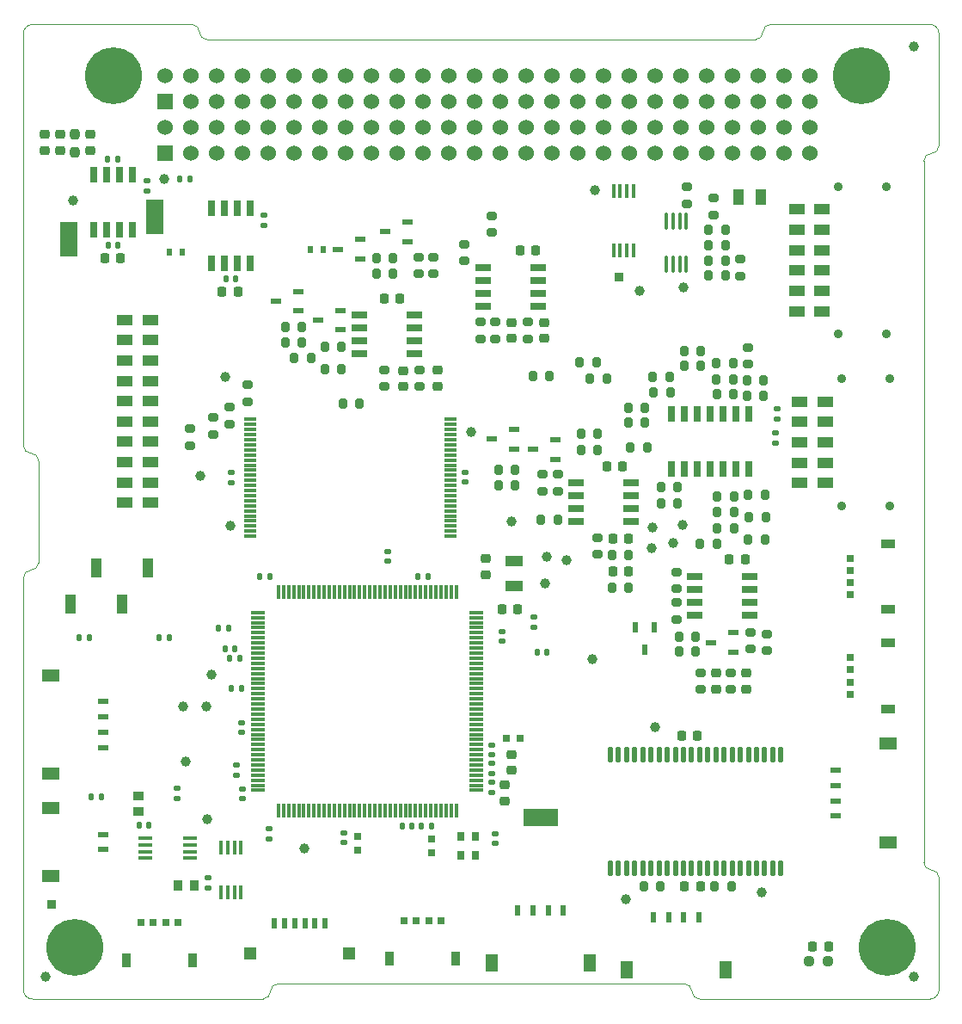
<source format=gts>
%TF.GenerationSoftware,KiCad,Pcbnew,6.0.9*%
%TF.CreationDate,2023-07-28T14:51:25+03:00*%
%TF.ProjectId,obc-adcs-board,6f62632d-6164-4637-932d-626f6172642e,rev?*%
%TF.SameCoordinates,PX3e2df80PY83e4a60*%
%TF.FileFunction,Soldermask,Top*%
%TF.FilePolarity,Negative*%
%FSLAX46Y46*%
G04 Gerber Fmt 4.6, Leading zero omitted, Abs format (unit mm)*
G04 Created by KiCad (PCBNEW 6.0.9) date 2023-07-28 14:51:25*
%MOMM*%
%LPD*%
G01*
G04 APERTURE LIST*
G04 Aperture macros list*
%AMRoundRect*
0 Rectangle with rounded corners*
0 $1 Rounding radius*
0 $2 $3 $4 $5 $6 $7 $8 $9 X,Y pos of 4 corners*
0 Add a 4 corners polygon primitive as box body*
4,1,4,$2,$3,$4,$5,$6,$7,$8,$9,$2,$3,0*
0 Add four circle primitives for the rounded corners*
1,1,$1+$1,$2,$3*
1,1,$1+$1,$4,$5*
1,1,$1+$1,$6,$7*
1,1,$1+$1,$8,$9*
0 Add four rect primitives between the rounded corners*
20,1,$1+$1,$2,$3,$4,$5,0*
20,1,$1+$1,$4,$5,$6,$7,0*
20,1,$1+$1,$6,$7,$8,$9,0*
20,1,$1+$1,$8,$9,$2,$3,0*%
G04 Aperture macros list end*
%TA.AperFunction,Profile*%
%ADD10C,0.100000*%
%TD*%
%ADD11C,1.000000*%
%ADD12R,1.000000X0.600000*%
%ADD13R,1.800000X1.250000*%
%ADD14R,0.660000X0.650000*%
%ADD15R,0.850000X1.340000*%
%ADD16RoundRect,0.137500X0.137500X-0.625000X0.137500X0.625000X-0.137500X0.625000X-0.137500X-0.625000X0*%
%ADD17R,0.650000X1.528000*%
%ADD18RoundRect,0.200000X0.200000X0.275000X-0.200000X0.275000X-0.200000X-0.275000X0.200000X-0.275000X0*%
%ADD19C,5.600000*%
%ADD20RoundRect,0.200000X-0.200000X-0.275000X0.200000X-0.275000X0.200000X0.275000X-0.200000X0.275000X0*%
%ADD21R,0.620000X0.670000*%
%ADD22R,1.050000X0.600000*%
%ADD23RoundRect,0.140000X-0.140000X-0.170000X0.140000X-0.170000X0.140000X0.170000X-0.140000X0.170000X0*%
%ADD24C,0.900000*%
%ADD25R,1.500000X1.000000*%
%ADD26R,1.020000X0.940000*%
%ADD27RoundRect,0.200000X0.275000X-0.200000X0.275000X0.200000X-0.275000X0.200000X-0.275000X-0.200000X0*%
%ADD28R,0.940000X1.020000*%
%ADD29RoundRect,0.140000X-0.170000X0.140000X-0.170000X-0.140000X0.170000X-0.140000X0.170000X0.140000X0*%
%ADD30RoundRect,0.225000X-0.250000X0.225000X-0.250000X-0.225000X0.250000X-0.225000X0.250000X0.225000X0*%
%ADD31R,1.475000X0.300000*%
%ADD32R,0.300000X1.475000*%
%ADD33R,1.400000X0.450000*%
%ADD34RoundRect,0.135000X-0.135000X-0.185000X0.135000X-0.185000X0.135000X0.185000X-0.135000X0.185000X0*%
%ADD35RoundRect,0.135000X0.135000X0.185000X-0.135000X0.185000X-0.135000X-0.185000X0.135000X-0.185000X0*%
%ADD36RoundRect,0.225000X-0.225000X-0.250000X0.225000X-0.250000X0.225000X0.250000X-0.225000X0.250000X0*%
%ADD37R,0.800000X0.900000*%
%ADD38RoundRect,0.140000X0.140000X0.170000X-0.140000X0.170000X-0.140000X-0.170000X0.140000X-0.170000X0*%
%ADD39R,1.528000X0.650000*%
%ADD40RoundRect,0.200000X-0.275000X0.200000X-0.275000X-0.200000X0.275000X-0.200000X0.275000X0.200000X0*%
%ADD41RoundRect,0.135000X-0.185000X0.135000X-0.185000X-0.135000X0.185000X-0.135000X0.185000X0.135000X0*%
%ADD42RoundRect,0.140000X0.170000X-0.140000X0.170000X0.140000X-0.170000X0.140000X-0.170000X-0.140000X0*%
%ADD43R,1.020000X1.905000*%
%ADD44R,0.700000X0.650000*%
%ADD45R,0.600000X1.000000*%
%ADD46R,1.250000X1.800000*%
%ADD47R,0.450000X1.400000*%
%ADD48R,0.650000X1.525000*%
%ADD49RoundRect,0.237500X-0.237500X0.250000X-0.237500X-0.250000X0.237500X-0.250000X0.237500X0.250000X0*%
%ADD50R,1.800000X1.000000*%
%ADD51RoundRect,0.135000X0.185000X-0.135000X0.185000X0.135000X-0.185000X0.135000X-0.185000X-0.135000X0*%
%ADD52R,0.550000X1.000000*%
%ADD53R,1.260000X1.300000*%
%ADD54RoundRect,0.225000X0.225000X0.250000X-0.225000X0.250000X-0.225000X-0.250000X0.225000X-0.250000X0*%
%ADD55R,1.780000X3.430000*%
%ADD56RoundRect,0.100000X0.100000X-0.712500X0.100000X0.712500X-0.100000X0.712500X-0.100000X-0.712500X0*%
%ADD57RoundRect,0.225000X0.250000X-0.225000X0.250000X0.225000X-0.250000X0.225000X-0.250000X-0.225000X0*%
%ADD58R,0.650000X0.660000*%
%ADD59R,1.340000X0.850000*%
%ADD60R,1.300000X0.300000*%
%ADD61R,1.000000X1.500000*%
%ADD62R,0.850000X0.850000*%
%ADD63R,0.600000X1.050000*%
%ADD64R,1.530000X1.530000*%
%ADD65C,1.530000*%
%ADD66R,0.450000X1.475000*%
%ADD67RoundRect,0.237500X0.250000X0.237500X-0.250000X0.237500X-0.250000X-0.237500X0.250000X-0.237500X0*%
%ADD68R,3.430000X1.780000*%
%ADD69R,0.650000X0.700000*%
G04 APERTURE END LIST*
D10*
X1600000Y43065000D02*
X1600000Y53065000D01*
X66685000Y120000D02*
X89370000Y120000D01*
X850000Y42315000D02*
G75*
G03*
X100000Y41565000I0J-750000D01*
G01*
X65935000Y870000D02*
G75*
G03*
X65185000Y1620000I-750000J0D01*
G01*
X72185000Y94510000D02*
G75*
G03*
X72935000Y95260000I0J750000D01*
G01*
X90270000Y12065000D02*
X90270000Y1020000D01*
X850000Y42315000D02*
G75*
G03*
X1600000Y43065000I0J750000D01*
G01*
X25185000Y1620000D02*
G75*
G03*
X24435000Y870000I0J-750000D01*
G01*
X18185000Y94510000D02*
X72185000Y94510000D01*
X100000Y41565000D02*
X100000Y1010000D01*
X73685000Y96010000D02*
G75*
G03*
X72935000Y95260000I0J-750000D01*
G01*
X1000000Y96010000D02*
G75*
G03*
X100000Y95110000I0J-900000D01*
G01*
X100000Y1010000D02*
G75*
G03*
X1000000Y110000I900000J0D01*
G01*
X88770000Y13565000D02*
X88770000Y82565000D01*
X90270000Y12065000D02*
G75*
G03*
X89520000Y12815000I-750000J0D01*
G01*
X89520000Y83315000D02*
G75*
G03*
X88770000Y82565000I0J-750000D01*
G01*
X88770000Y13565000D02*
G75*
G03*
X89520000Y12815000I750000J0D01*
G01*
X25185000Y1620000D02*
X65185000Y1620000D01*
X73685000Y96010000D02*
X89370000Y96010000D01*
X89520000Y83315000D02*
G75*
G03*
X90270000Y84065000I0J750000D01*
G01*
X89370000Y120000D02*
G75*
G03*
X90270000Y1020000I0J900000D01*
G01*
X1600000Y53065000D02*
G75*
G03*
X850000Y53815000I-750000J0D01*
G01*
X23685000Y120000D02*
G75*
G03*
X24435000Y870000I0J750000D01*
G01*
X90270000Y95110000D02*
G75*
G03*
X89370000Y96010000I-900000J0D01*
G01*
X17435000Y95260000D02*
G75*
G03*
X18185000Y94510000I750000J0D01*
G01*
X100000Y54565000D02*
G75*
G03*
X850000Y53815000I750000J0D01*
G01*
X1000000Y96010000D02*
X16685000Y96010000D01*
X90270000Y95110000D02*
X90270000Y84065000D01*
X100000Y95110000D02*
X100000Y54565000D01*
X17435000Y95260000D02*
G75*
G03*
X16685000Y96010000I-750000J0D01*
G01*
X23685000Y120000D02*
X1000000Y110000D01*
X65935000Y870000D02*
G75*
G03*
X66685000Y120000I750000J0D01*
G01*
D11*
%TO.C,TP40*%
X16080000Y23490000D03*
%TD*%
D12*
%TO.C,J13*%
X7990000Y16310000D03*
X7990000Y14810000D03*
D13*
X2800000Y12180000D03*
X2800000Y18940000D03*
%TD*%
D14*
%TO.C,J6*%
X37600000Y7825000D03*
X38800000Y7825000D03*
X40000000Y7825000D03*
X41200000Y7825000D03*
D15*
X36175000Y4120000D03*
X42625000Y4120000D03*
%TD*%
D16*
%TO.C,U7*%
X57900960Y12999279D03*
X58700960Y12999279D03*
X59500960Y12999279D03*
X60300960Y12999279D03*
X61100960Y12999279D03*
X61900960Y12999279D03*
X62700960Y12999279D03*
X63500960Y12999279D03*
X64300960Y12999279D03*
X65100960Y12999279D03*
X65900960Y12999279D03*
X66700960Y12999279D03*
X67500960Y12999279D03*
X68300960Y12999279D03*
X69100960Y12999279D03*
X69900960Y12999279D03*
X70700960Y12999279D03*
X71500960Y12999279D03*
X72300960Y12999279D03*
X73100960Y12999279D03*
X73900960Y12999279D03*
X74700960Y12999279D03*
X74700960Y24174279D03*
X73900960Y24174279D03*
X73100960Y24174279D03*
X72300960Y24174279D03*
X71500960Y24174279D03*
X70700960Y24174279D03*
X69900960Y24174279D03*
X69100960Y24174279D03*
X68300960Y24174279D03*
X67500960Y24174279D03*
X66700960Y24174279D03*
X65900960Y24174279D03*
X65100960Y24174279D03*
X64300960Y24174279D03*
X63500960Y24174279D03*
X62700960Y24174279D03*
X61900960Y24174279D03*
X61100960Y24174279D03*
X60300960Y24174279D03*
X59500960Y24174279D03*
X58700960Y24174279D03*
X57900960Y24174279D03*
%TD*%
D17*
%TO.C,U18*%
X6995000Y75789000D03*
X8265000Y75789000D03*
X9535000Y75789000D03*
X10805000Y75789000D03*
X10805000Y81211000D03*
X9535000Y81211000D03*
X8265000Y81211000D03*
X6995000Y81211000D03*
%TD*%
D18*
%TO.C,R65*%
X70075960Y49550000D03*
X68425960Y49550000D03*
%TD*%
D19*
%TO.C,H4*%
X82630000Y90930000D03*
%TD*%
D20*
%TO.C,R90*%
X46875960Y50700000D03*
X48525960Y50700000D03*
%TD*%
D21*
%TO.C,F11*%
X29625000Y73900000D03*
X28375000Y73900000D03*
%TD*%
D19*
%TO.C,H1*%
X5180000Y5190000D03*
%TD*%
D22*
%TO.C,Q8*%
X48400000Y54250000D03*
X48400000Y56150000D03*
X46200000Y55200000D03*
%TD*%
D11*
%TO.C,TP24*%
X51500000Y41000000D03*
%TD*%
D18*
%TO.C,R83*%
X28425000Y63200000D03*
X26775000Y63200000D03*
%TD*%
%TO.C,R117*%
X68375000Y44900000D03*
X66725000Y44900000D03*
%TD*%
D23*
%TO.C,C45*%
X37420000Y17150000D03*
X38380000Y17150000D03*
%TD*%
D24*
%TO.C,J12*%
X80350000Y80050000D03*
X85100000Y65550000D03*
X85100000Y80050000D03*
X80350000Y65550000D03*
D25*
X76250000Y77800000D03*
X76250000Y75800000D03*
X76250000Y73800000D03*
X76250000Y71800000D03*
X76250000Y69800000D03*
X76250000Y67800000D03*
X78750000Y77800000D03*
X78750000Y75800000D03*
X78750000Y73800000D03*
X78750000Y71800000D03*
X78750000Y69800000D03*
X78750000Y67800000D03*
%TD*%
D26*
%TO.C,F13*%
X11400000Y20110000D03*
X11400000Y18530000D03*
%TD*%
D27*
%TO.C,R46*%
X65400000Y78375000D03*
X65400000Y80025000D03*
%TD*%
D11*
%TO.C,TP42*%
X18100000Y28900000D03*
%TD*%
D28*
%TO.C,F14*%
X15360000Y11250000D03*
X16940000Y11250000D03*
%TD*%
D27*
%TO.C,R102*%
X49800960Y65075000D03*
X49800960Y66725000D03*
%TD*%
D29*
%TO.C,C59*%
X31700000Y16480000D03*
X31700000Y15520000D03*
%TD*%
D30*
%TO.C,C100*%
X6700000Y85175000D03*
X6700000Y83625000D03*
%TD*%
D31*
%TO.C,U16*%
X44703242Y20649040D03*
X44703242Y21149040D03*
X44703242Y21649040D03*
X44703242Y22149040D03*
X44703242Y22649040D03*
X44703242Y23149040D03*
X44703242Y23649040D03*
X44703242Y24149040D03*
X44703242Y24649040D03*
X44703242Y25149040D03*
X44703242Y25649040D03*
X44703242Y26149040D03*
X44703242Y26649040D03*
X44703242Y27149040D03*
X44703242Y27649040D03*
X44703242Y28149040D03*
X44703242Y28649040D03*
X44703242Y29149040D03*
X44703242Y29649040D03*
X44703242Y30149040D03*
X44703242Y30649040D03*
X44703242Y31149040D03*
X44703242Y31649040D03*
X44703242Y32149040D03*
X44703242Y32649040D03*
X44703242Y33149040D03*
X44703242Y33649040D03*
X44703242Y34149040D03*
X44703242Y34649040D03*
X44703242Y35149040D03*
X44703242Y35649040D03*
X44703242Y36149040D03*
X44703242Y36649040D03*
X44703242Y37149040D03*
X44703242Y37649040D03*
X44703242Y38149040D03*
D32*
X42715242Y40137040D03*
X42215242Y40137040D03*
X41715242Y40137040D03*
X41215242Y40137040D03*
X40715242Y40137040D03*
X40215242Y40137040D03*
X39715242Y40137040D03*
X39215242Y40137040D03*
X38715242Y40137040D03*
X38215242Y40137040D03*
X37715242Y40137040D03*
X37215242Y40137040D03*
X36715242Y40137040D03*
X36215242Y40137040D03*
X35715242Y40137040D03*
X35215242Y40137040D03*
X34715242Y40137040D03*
X34215242Y40137040D03*
X33715242Y40137040D03*
X33215242Y40137040D03*
X32715242Y40137040D03*
X32215242Y40137040D03*
X31715242Y40137040D03*
X31215242Y40137040D03*
X30715242Y40137040D03*
X30215242Y40137040D03*
X29715242Y40137040D03*
X29215242Y40137040D03*
X28715242Y40137040D03*
X28215242Y40137040D03*
X27715242Y40137040D03*
X27215242Y40137040D03*
X26715242Y40137040D03*
X26215242Y40137040D03*
X25715242Y40137040D03*
X25215242Y40137040D03*
D31*
X23227242Y38149040D03*
X23227242Y37649040D03*
X23227242Y37149040D03*
X23227242Y36649040D03*
X23227242Y36149040D03*
X23227242Y35649040D03*
X23227242Y35149040D03*
X23227242Y34649040D03*
X23227242Y34149040D03*
X23227242Y33649040D03*
X23227242Y33149040D03*
X23227242Y32649040D03*
X23227242Y32149040D03*
X23227242Y31649040D03*
X23227242Y31149040D03*
X23227242Y30649040D03*
X23227242Y30149040D03*
X23227242Y29649040D03*
X23227242Y29149040D03*
X23227242Y28649040D03*
X23227242Y28149040D03*
X23227242Y27649040D03*
X23227242Y27149040D03*
X23227242Y26649040D03*
X23227242Y26149040D03*
X23227242Y25649040D03*
X23227242Y25149040D03*
X23227242Y24649040D03*
X23227242Y24149040D03*
X23227242Y23649040D03*
X23227242Y23149040D03*
X23227242Y22649040D03*
X23227242Y22149040D03*
X23227242Y21649040D03*
X23227242Y21149040D03*
X23227242Y20649040D03*
D32*
X25215242Y18661040D03*
X25715242Y18661040D03*
X26215242Y18661040D03*
X26715242Y18661040D03*
X27215242Y18661040D03*
X27715242Y18661040D03*
X28215242Y18661040D03*
X28715242Y18661040D03*
X29215242Y18661040D03*
X29715242Y18661040D03*
X30215242Y18661040D03*
X30715242Y18661040D03*
X31215242Y18661040D03*
X31715242Y18661040D03*
X32215242Y18661040D03*
X32715242Y18661040D03*
X33215242Y18661040D03*
X33715242Y18661040D03*
X34215242Y18661040D03*
X34715242Y18661040D03*
X35215242Y18661040D03*
X35715242Y18661040D03*
X36215242Y18661040D03*
X36715242Y18661040D03*
X37215242Y18661040D03*
X37715242Y18661040D03*
X38215242Y18661040D03*
X38715242Y18661040D03*
X39215242Y18661040D03*
X39715242Y18661040D03*
X40215242Y18661040D03*
X40715242Y18661040D03*
X41215242Y18661040D03*
X41715242Y18661040D03*
X42215242Y18661040D03*
X42715242Y18661040D03*
%TD*%
D21*
%TO.C,F12*%
X15725000Y73600000D03*
X14475000Y73600000D03*
%TD*%
D27*
%TO.C,R101*%
X39125960Y60361779D03*
X39125960Y62011779D03*
%TD*%
D33*
%TO.C,U19*%
X16500000Y13975000D03*
X16500000Y14625000D03*
X16500000Y15275000D03*
X16500000Y15925000D03*
X12100000Y15925000D03*
X12100000Y15275000D03*
X12100000Y14625000D03*
X12100000Y13975000D03*
%TD*%
D20*
%TO.C,R56*%
X65175000Y62400000D03*
X66825000Y62400000D03*
%TD*%
D34*
%TO.C,R37*%
X19290000Y36600000D03*
X20310000Y36600000D03*
%TD*%
D11*
%TO.C,TP27*%
X13930000Y80760000D03*
%TD*%
D35*
%TO.C,R130*%
X6600000Y35710000D03*
X5580000Y35710000D03*
%TD*%
D36*
%TO.C,C67*%
X69625000Y43350000D03*
X71175000Y43350000D03*
%TD*%
D37*
%TO.C,Y3*%
X44625000Y14275000D03*
X44625000Y16125000D03*
X43175000Y16125000D03*
X43175000Y14275000D03*
%TD*%
D38*
%TO.C,C64*%
X9380000Y74250000D03*
X8420000Y74250000D03*
%TD*%
D27*
%TO.C,R78*%
X40500000Y71475000D03*
X40500000Y73125000D03*
%TD*%
D18*
%TO.C,R59*%
X56650000Y54100000D03*
X55000000Y54100000D03*
%TD*%
D19*
%TO.C,H3*%
X85170000Y5210000D03*
%TD*%
D39*
%TO.C,IC2*%
X66189000Y41705000D03*
X66189000Y40435000D03*
X66189000Y39165000D03*
X66189000Y37895000D03*
X71611000Y37895000D03*
X71611000Y39165000D03*
X71611000Y40435000D03*
X71611000Y41705000D03*
%TD*%
D11*
%TO.C,TP43*%
X15800000Y28900000D03*
%TD*%
D30*
%TO.C,C71*%
X37525960Y61961779D03*
X37525960Y60411779D03*
%TD*%
D22*
%TO.C,Q6*%
X31300000Y65950000D03*
X31300000Y67850000D03*
X29100000Y66900000D03*
%TD*%
D35*
%TO.C,R18*%
X9390000Y82760000D03*
X8370000Y82760000D03*
%TD*%
D40*
%TO.C,R3*%
X16500000Y56225000D03*
X16500000Y54575000D03*
%TD*%
D41*
%TO.C,R126*%
X74200000Y55860000D03*
X74200000Y54840000D03*
%TD*%
D27*
%TO.C,R99*%
X66800000Y30575000D03*
X66800000Y32225000D03*
%TD*%
D20*
%TO.C,R72*%
X62175000Y59800000D03*
X63825000Y59800000D03*
%TD*%
D42*
%TO.C,C60*%
X21625000Y26320000D03*
X21625000Y27280000D03*
%TD*%
D29*
%TO.C,C57*%
X46200000Y25130000D03*
X46200000Y24170000D03*
%TD*%
D43*
%TO.C,J15*%
X12370000Y42518000D03*
X9830000Y38962000D03*
X7290000Y42518000D03*
X4750000Y38962000D03*
%TD*%
D40*
%TO.C,R79*%
X39000000Y73125000D03*
X39000000Y71475000D03*
%TD*%
D30*
%TO.C,C98*%
X2200000Y85175000D03*
X2200000Y83625000D03*
%TD*%
D20*
%TO.C,R55*%
X54875000Y62800000D03*
X56525000Y62800000D03*
%TD*%
D44*
%TO.C,FL6*%
X33000000Y14725000D03*
X33000000Y16075000D03*
%TD*%
D11*
%TO.C,TP32*%
X64050000Y44950000D03*
%TD*%
D18*
%TO.C,R67*%
X70025000Y59600000D03*
X68375000Y59600000D03*
%TD*%
D40*
%TO.C,R75*%
X64400000Y42125000D03*
X64400000Y40475000D03*
%TD*%
%TO.C,R119*%
X46200000Y77175000D03*
X46200000Y75525000D03*
%TD*%
D11*
%TO.C,TP31*%
X62050000Y46550000D03*
%TD*%
D40*
%TO.C,R81*%
X43550000Y74375000D03*
X43550000Y72725000D03*
%TD*%
D29*
%TO.C,C62*%
X46250000Y21430000D03*
X46250000Y20470000D03*
%TD*%
D20*
%TO.C,R52*%
X59675000Y56800000D03*
X61325000Y56800000D03*
%TD*%
D40*
%TO.C,R40*%
X68100000Y78925000D03*
X68100000Y77275000D03*
%TD*%
D38*
%TO.C,C58*%
X40280000Y17150000D03*
X39320000Y17150000D03*
%TD*%
D45*
%TO.C,J10*%
X48790000Y8820000D03*
X50290000Y8820000D03*
X51790000Y8820000D03*
X53290000Y8820000D03*
D46*
X46185000Y3630000D03*
X55895000Y3630000D03*
%TD*%
D40*
%TO.C,R77*%
X51200000Y51725000D03*
X51200000Y50075000D03*
%TD*%
D18*
%TO.C,R63*%
X57525000Y61200000D03*
X55875000Y61200000D03*
%TD*%
D27*
%TO.C,R80*%
X56600000Y43875000D03*
X56600000Y45525000D03*
%TD*%
D41*
%TO.C,R48*%
X24300000Y16910000D03*
X24300000Y15890000D03*
%TD*%
D40*
%TO.C,R6*%
X22200000Y60525000D03*
X22200000Y58875000D03*
%TD*%
D11*
%TO.C,TP45*%
X17550000Y51600000D03*
%TD*%
D20*
%TO.C,R64*%
X62075000Y61300000D03*
X63725000Y61300000D03*
%TD*%
D47*
%TO.C,U20*%
X21525000Y15000000D03*
X20875000Y15000000D03*
X20225000Y15000000D03*
X19575000Y15000000D03*
X19575000Y10600000D03*
X20225000Y10600000D03*
X20875000Y10600000D03*
X21525000Y10600000D03*
%TD*%
D20*
%TO.C,R91*%
X34875000Y71500000D03*
X36525000Y71500000D03*
%TD*%
D48*
%TO.C,IC6*%
X63890000Y52288000D03*
X65160000Y52288000D03*
X66430000Y52288000D03*
X67700000Y52288000D03*
X68970000Y52288000D03*
X70240000Y52288000D03*
X71510000Y52288000D03*
X71510000Y57712000D03*
X70240000Y57712000D03*
X68970000Y57712000D03*
X67700000Y57712000D03*
X66430000Y57712000D03*
X65160000Y57712000D03*
X63890000Y57712000D03*
%TD*%
D49*
%TO.C,R129*%
X5200000Y85212500D03*
X5200000Y83387500D03*
%TD*%
D18*
%TO.C,R58*%
X73225000Y47550000D03*
X71575000Y47550000D03*
%TD*%
D34*
%TO.C,R38*%
X20590000Y30700000D03*
X21610000Y30700000D03*
%TD*%
D11*
%TO.C,TP10*%
X56100000Y33600000D03*
%TD*%
D22*
%TO.C,Q10*%
X27200000Y67850000D03*
X27200000Y69750000D03*
X25000000Y68800000D03*
%TD*%
D20*
%TO.C,R2*%
X68175000Y11200000D03*
X69825000Y11200000D03*
%TD*%
D40*
%TO.C,R85*%
X64400000Y39125000D03*
X64400000Y37475000D03*
%TD*%
D19*
%TO.C,H2*%
X8990000Y90930000D03*
%TD*%
D36*
%TO.C,C43*%
X47225000Y38500000D03*
X48775000Y38500000D03*
%TD*%
D20*
%TO.C,R84*%
X31575000Y58700000D03*
X33225000Y58700000D03*
%TD*%
D22*
%TO.C,Q5*%
X37900000Y74650000D03*
X37900000Y76550000D03*
X35700000Y75600000D03*
%TD*%
D18*
%TO.C,R68*%
X66825960Y63900000D03*
X65175960Y63900000D03*
%TD*%
D50*
%TO.C,Y4*%
X48400000Y40750000D03*
X48400000Y43250000D03*
%TD*%
D51*
%TO.C,R124*%
X23800000Y76190000D03*
X23800000Y77210000D03*
%TD*%
%TO.C,R47*%
X21100000Y22130000D03*
X21100000Y23150000D03*
%TD*%
D34*
%TO.C,R13*%
X15510000Y80790000D03*
X16530000Y80790000D03*
%TD*%
D22*
%TO.C,Q3*%
X70050960Y34250000D03*
X70050960Y36150000D03*
X67850960Y35200000D03*
%TD*%
D52*
%TO.C,J16*%
X24820000Y7575000D03*
X25820000Y7575000D03*
X26820000Y7575000D03*
X27820000Y7575000D03*
X28820000Y7575000D03*
X29820000Y7575000D03*
D53*
X22445000Y4585000D03*
X32195000Y4585000D03*
%TD*%
D38*
%TO.C,C55*%
X21380000Y33650000D03*
X20420000Y33650000D03*
%TD*%
D11*
%TO.C,FID6*%
X87800000Y2300000D03*
%TD*%
%TO.C,TP41*%
X20450000Y46650000D03*
%TD*%
D30*
%TO.C,C72*%
X48200960Y66675000D03*
X48200960Y65125000D03*
%TD*%
D11*
%TO.C,TP7*%
X18160000Y17840000D03*
%TD*%
D18*
%TO.C,R62*%
X73000960Y61000000D03*
X71350960Y61000000D03*
%TD*%
D54*
%TO.C,C27*%
X66475000Y26000000D03*
X64925000Y26000000D03*
%TD*%
D11*
%TO.C,FID5*%
X87800000Y93800000D03*
%TD*%
D30*
%TO.C,C77*%
X71300000Y32175000D03*
X71300000Y30625000D03*
%TD*%
D40*
%TO.C,R73*%
X71700000Y36225000D03*
X71700000Y34575000D03*
%TD*%
D20*
%TO.C,R95*%
X34875000Y73000000D03*
X36525000Y73000000D03*
%TD*%
D11*
%TO.C,TP46*%
X20000000Y61300000D03*
%TD*%
%TO.C,TP33*%
X62000000Y44500000D03*
%TD*%
D41*
%TO.C,R127*%
X74300000Y58210000D03*
X74300000Y57190000D03*
%TD*%
D11*
%TO.C,TP28*%
X48200000Y47100000D03*
%TD*%
D20*
%TO.C,R93*%
X64675000Y35800000D03*
X66325000Y35800000D03*
%TD*%
D38*
%TO.C,C52*%
X24340000Y41690000D03*
X23380000Y41690000D03*
%TD*%
D55*
%TO.C,TP22*%
X4600000Y74900000D03*
%TD*%
D11*
%TO.C,TP37*%
X56400000Y79700000D03*
%TD*%
D20*
%TO.C,R89*%
X64675000Y34300000D03*
X66325000Y34300000D03*
%TD*%
D56*
%TO.C,U8*%
X63425000Y72387500D03*
X64075000Y72387500D03*
X64725000Y72387500D03*
X65375000Y72387500D03*
X65375000Y76612500D03*
X64725000Y76612500D03*
X64075000Y76612500D03*
X63425000Y76612500D03*
%TD*%
D20*
%TO.C,R100*%
X58075000Y40600000D03*
X59725000Y40600000D03*
%TD*%
D54*
%TO.C,C95*%
X21225000Y69750000D03*
X19675000Y69750000D03*
%TD*%
D11*
%TO.C,TP34*%
X65050000Y46750000D03*
%TD*%
D18*
%TO.C,R104*%
X59725000Y43800000D03*
X58075000Y43800000D03*
%TD*%
D38*
%TO.C,C54*%
X20930000Y34600000D03*
X19970000Y34600000D03*
%TD*%
D57*
%TO.C,C75*%
X40900000Y60425000D03*
X40900000Y61975000D03*
%TD*%
D11*
%TO.C,TP47*%
X72830000Y10650000D03*
%TD*%
%TO.C,TP8*%
X53600000Y43300000D03*
%TD*%
D38*
%TO.C,C50*%
X39930000Y41650000D03*
X38970000Y41650000D03*
%TD*%
D36*
%TO.C,C70*%
X35600000Y69050000D03*
X37150000Y69050000D03*
%TD*%
D58*
%TO.C,J3*%
X81565000Y30100000D03*
X81565000Y31300000D03*
X81565000Y32500000D03*
X81565000Y33700000D03*
D59*
X85270000Y28675000D03*
X85270000Y35125000D03*
%TD*%
D44*
%TO.C,FL4*%
X40300000Y14475000D03*
X40300000Y15825000D03*
%TD*%
D11*
%TO.C,TP49*%
X62350000Y26850000D03*
%TD*%
D12*
%TO.C,J11*%
X7965000Y29370000D03*
X7965000Y27870000D03*
X7965000Y26370000D03*
X7965000Y24870000D03*
D13*
X2775000Y31975000D03*
X2775000Y22265000D03*
%TD*%
D54*
%TO.C,C78*%
X59675000Y45400000D03*
X58125000Y45400000D03*
%TD*%
D18*
%TO.C,R42*%
X69225000Y75800000D03*
X67575000Y75800000D03*
%TD*%
D20*
%TO.C,R44*%
X67575000Y74300000D03*
X69225000Y74300000D03*
%TD*%
D11*
%TO.C,FID4*%
X2300000Y2300000D03*
%TD*%
D55*
%TO.C,TP12*%
X13000000Y77110000D03*
%TD*%
D30*
%TO.C,C56*%
X47500000Y21175000D03*
X47500000Y19625000D03*
%TD*%
D40*
%TO.C,R41*%
X70700000Y72925000D03*
X70700000Y71275000D03*
%TD*%
D20*
%TO.C,R60*%
X62875000Y48900000D03*
X64525000Y48900000D03*
%TD*%
D17*
%TO.C,U17*%
X18595000Y72489000D03*
X19865000Y72489000D03*
X21135000Y72489000D03*
X22405000Y72489000D03*
X22405000Y77911000D03*
X21135000Y77911000D03*
X19865000Y77911000D03*
X18595000Y77911000D03*
%TD*%
D42*
%TO.C,C66*%
X18250000Y11070000D03*
X18250000Y12030000D03*
%TD*%
D20*
%TO.C,R96*%
X25875000Y66200000D03*
X27525000Y66200000D03*
%TD*%
D18*
%TO.C,R43*%
X69225000Y71300000D03*
X67575000Y71300000D03*
%TD*%
D20*
%TO.C,R54*%
X68350960Y61100000D03*
X70000960Y61100000D03*
%TD*%
D60*
%TO.C,IC1*%
X22465242Y57149040D03*
X22465242Y56649040D03*
X22465242Y56149040D03*
X22465242Y55649040D03*
X22465242Y55149040D03*
X22465242Y54649040D03*
X22465242Y54149040D03*
X22465242Y53649040D03*
X22465242Y53149040D03*
X22465242Y52649040D03*
X22465242Y52149040D03*
X22465242Y51649040D03*
X22465242Y51149040D03*
X22465242Y50649040D03*
X22465242Y50149040D03*
X22465242Y49649040D03*
X22465242Y49149040D03*
X22465242Y48649040D03*
X22465242Y48149040D03*
X22465242Y47649040D03*
X22465242Y47149040D03*
X22465242Y46649040D03*
X22465242Y46149040D03*
X22465242Y45649040D03*
X42165242Y45649040D03*
X42165242Y46149040D03*
X42165242Y46649040D03*
X42165242Y47149040D03*
X42165242Y47649040D03*
X42165242Y48149040D03*
X42165242Y48649040D03*
X42165242Y49149040D03*
X42165242Y49649040D03*
X42165242Y50149040D03*
X42165242Y50649040D03*
X42165242Y51149040D03*
X42165242Y51649040D03*
X42165242Y52149040D03*
X42165242Y52649040D03*
X42165242Y53149040D03*
X42165242Y53649040D03*
X42165242Y54149040D03*
X42165242Y54649040D03*
X42165242Y55149040D03*
X42165242Y55649040D03*
X42165242Y56149040D03*
X42165242Y56649040D03*
X42165242Y57149040D03*
%TD*%
D20*
%TO.C,R86*%
X51075000Y47300000D03*
X52725000Y47300000D03*
%TD*%
%TO.C,R92*%
X25875000Y64700000D03*
X27525000Y64700000D03*
%TD*%
D61*
%TO.C,F5*%
X72700000Y79000000D03*
X70500000Y79000000D03*
%TD*%
D29*
%TO.C,C61*%
X21700000Y20780000D03*
X21700000Y19820000D03*
%TD*%
D25*
%TO.C,J17*%
X12595000Y48940000D03*
X12595000Y50940000D03*
X12595000Y52940000D03*
X12595000Y54940000D03*
X12595000Y56940000D03*
X12595000Y58940000D03*
X12595000Y60940000D03*
X12595000Y62940000D03*
X12595000Y64940000D03*
X12595000Y66940000D03*
X10095000Y48940000D03*
X10095000Y50940000D03*
X10095000Y52940000D03*
X10095000Y54940000D03*
X10095000Y56940000D03*
X10095000Y58940000D03*
X10095000Y60940000D03*
X10095000Y62940000D03*
X10095000Y64940000D03*
X10095000Y66940000D03*
%TD*%
D35*
%TO.C,R131*%
X7750000Y20050000D03*
X6730000Y20050000D03*
%TD*%
D62*
%TO.C,J32*%
X2910000Y9450000D03*
%TD*%
D27*
%TO.C,R74*%
X73300000Y34375000D03*
X73300000Y36025000D03*
%TD*%
D20*
%TO.C,R118*%
X55000000Y55700000D03*
X56650000Y55700000D03*
%TD*%
D36*
%TO.C,C69*%
X49025000Y73750000D03*
X50575000Y73750000D03*
%TD*%
D20*
%TO.C,R88*%
X29775000Y62100000D03*
X31425000Y62100000D03*
%TD*%
D14*
%TO.C,J4*%
X11700000Y7635000D03*
X12900000Y7635000D03*
X14100000Y7635000D03*
X15300000Y7635000D03*
D15*
X10275000Y3930000D03*
X16725000Y3930000D03*
%TD*%
D27*
%TO.C,R61*%
X71475960Y62575000D03*
X71475960Y64225000D03*
%TD*%
D12*
%TO.C,J14*%
X80080000Y18130000D03*
X80080000Y19630000D03*
X80080000Y21130000D03*
X80080000Y22630000D03*
D13*
X85270000Y15525000D03*
X85270000Y25235000D03*
%TD*%
D20*
%TO.C,R1*%
X61175960Y11200000D03*
X62825960Y11200000D03*
%TD*%
D51*
%TO.C,R125*%
X12260000Y79650000D03*
X12260000Y80670000D03*
%TD*%
D63*
%TO.C,Q7*%
X62250000Y36700000D03*
X60350000Y36700000D03*
X61300000Y34500000D03*
%TD*%
D24*
%TO.C,J7*%
X80650000Y61150000D03*
X80650000Y48650000D03*
X85400000Y48650000D03*
X85400000Y61150000D03*
D25*
X76550000Y58900000D03*
X76550000Y56900000D03*
X76550000Y54900000D03*
X76550000Y52900000D03*
X76550000Y50900000D03*
X79050000Y58900000D03*
X79050000Y56900000D03*
X79050000Y54900000D03*
X79050000Y52900000D03*
X79050000Y50900000D03*
%TD*%
D11*
%TO.C,TP36*%
X65100000Y70100000D03*
%TD*%
D20*
%TO.C,R53*%
X68325960Y62700000D03*
X69975960Y62700000D03*
%TD*%
%TO.C,R45*%
X67575000Y72800000D03*
X69225000Y72800000D03*
%TD*%
%TO.C,R120*%
X50275000Y61400000D03*
X51925000Y61400000D03*
%TD*%
D57*
%TO.C,C76*%
X51400000Y65125000D03*
X51400000Y66675000D03*
%TD*%
D36*
%TO.C,C74*%
X58125000Y42200000D03*
X59675000Y42200000D03*
%TD*%
D64*
%TO.C,J1*%
X14048000Y83309000D03*
D65*
X14048000Y85849000D03*
X16588000Y83309000D03*
X16588000Y85849000D03*
X19128000Y83309000D03*
X19128000Y85849000D03*
X21668000Y83309000D03*
X21668000Y85849000D03*
X24208000Y83309000D03*
X24208000Y85849000D03*
X26748000Y83309000D03*
X26748000Y85849000D03*
X29288000Y83309000D03*
X29288000Y85849000D03*
X31828000Y83309000D03*
X31828000Y85849000D03*
X34368000Y83309000D03*
X34368000Y85849000D03*
X36908000Y83309000D03*
X36908000Y85849000D03*
X39448000Y83309000D03*
X39448000Y85849000D03*
X41988000Y83309000D03*
X41988000Y85849000D03*
X44528000Y83309000D03*
X44528000Y85849000D03*
X47068000Y83309000D03*
X47068000Y85849000D03*
X49608000Y83309000D03*
X49608000Y85849000D03*
X52148000Y83309000D03*
X52148000Y85849000D03*
X54688000Y83309000D03*
X54688000Y85849000D03*
X57228000Y83309000D03*
X57228000Y85849000D03*
X59768000Y83309000D03*
X59768000Y85849000D03*
X62308000Y83309000D03*
X62308000Y85849000D03*
X64848000Y83309000D03*
X64848000Y85849000D03*
X67388000Y83309000D03*
X67388000Y85849000D03*
X69928000Y83309000D03*
X69928000Y85849000D03*
X72468000Y83309000D03*
X72468000Y85849000D03*
X75008000Y83309000D03*
X75008000Y85849000D03*
X77548000Y83309000D03*
X77548000Y85849000D03*
%TD*%
D11*
%TO.C,TP26*%
X5000000Y78700000D03*
%TD*%
D18*
%TO.C,R71*%
X73000960Y59500000D03*
X71350960Y59500000D03*
%TD*%
D11*
%TO.C,TP29*%
X44150000Y55900000D03*
%TD*%
D22*
%TO.C,Q9*%
X33300000Y72950000D03*
X33300000Y74850000D03*
X31100000Y73900000D03*
%TD*%
D40*
%TO.C,R4*%
X18800000Y57325000D03*
X18800000Y55675000D03*
%TD*%
D20*
%TO.C,R50*%
X68425000Y48000000D03*
X70075000Y48000000D03*
%TD*%
%TO.C,R51*%
X59675000Y58300000D03*
X61325000Y58300000D03*
%TD*%
D42*
%TO.C,C46*%
X47200000Y35320000D03*
X47200000Y36280000D03*
%TD*%
D29*
%TO.C,C2*%
X43600000Y51930000D03*
X43600000Y50970000D03*
%TD*%
D54*
%TO.C,C97*%
X79375000Y5300000D03*
X77825000Y5300000D03*
%TD*%
D57*
%TO.C,C73*%
X68300000Y30625000D03*
X68300000Y32175000D03*
%TD*%
D58*
%TO.C,J2*%
X81565000Y39900000D03*
X81565000Y41100000D03*
X81565000Y42300000D03*
X81565000Y43500000D03*
D59*
X85270000Y38475000D03*
X85270000Y44925000D03*
%TD*%
D27*
%TO.C,R87*%
X45100000Y65075000D03*
X45100000Y66725000D03*
%TD*%
%TO.C,R76*%
X52700000Y50075000D03*
X52700000Y51725000D03*
%TD*%
D11*
%TO.C,TP44*%
X18600000Y32000000D03*
%TD*%
D34*
%TO.C,R12*%
X13430000Y35710000D03*
X14450000Y35710000D03*
%TD*%
D66*
%TO.C,Q1*%
X60175000Y79638000D03*
X59525000Y79638000D03*
X58875000Y79638000D03*
X58225000Y79638000D03*
X58225000Y73762000D03*
X58875000Y73762000D03*
X59525000Y73762000D03*
X60175000Y73762000D03*
%TD*%
D11*
%TO.C,TP48*%
X59440000Y9970000D03*
%TD*%
D30*
%TO.C,C102*%
X3700000Y85175000D03*
X3700000Y83625000D03*
%TD*%
D36*
%TO.C,C68*%
X57525000Y52550000D03*
X59075000Y52550000D03*
%TD*%
D64*
%TO.C,J5*%
X14048000Y88389000D03*
D65*
X14048000Y90929000D03*
X16588000Y88389000D03*
X16588000Y90929000D03*
X19128000Y88389000D03*
X19128000Y90929000D03*
X21668000Y88389000D03*
X21668000Y90929000D03*
X24208000Y88389000D03*
X24208000Y90929000D03*
X26748000Y88389000D03*
X26748000Y90929000D03*
X29288000Y88389000D03*
X29288000Y90929000D03*
X31828000Y88389000D03*
X31828000Y90929000D03*
X34368000Y88389000D03*
X34368000Y90929000D03*
X36908000Y88389000D03*
X36908000Y90929000D03*
X39448000Y88389000D03*
X39448000Y90929000D03*
X41988000Y88389000D03*
X41988000Y90929000D03*
X44528000Y88389000D03*
X44528000Y90929000D03*
X47068000Y88389000D03*
X47068000Y90929000D03*
X49608000Y88389000D03*
X49608000Y90929000D03*
X52148000Y88389000D03*
X52148000Y90929000D03*
X54688000Y88389000D03*
X54688000Y90929000D03*
X57228000Y88389000D03*
X57228000Y90929000D03*
X59768000Y88389000D03*
X59768000Y90929000D03*
X62308000Y88389000D03*
X62308000Y90929000D03*
X64848000Y88389000D03*
X64848000Y90929000D03*
X67388000Y88389000D03*
X67388000Y90929000D03*
X69928000Y88389000D03*
X69928000Y90929000D03*
X72468000Y88389000D03*
X72468000Y90929000D03*
X75008000Y88389000D03*
X75008000Y90929000D03*
X77548000Y88389000D03*
X77548000Y90929000D03*
%TD*%
D42*
%TO.C,C48*%
X46250000Y22320000D03*
X46250000Y23280000D03*
%TD*%
D18*
%TO.C,R66*%
X61525000Y54400000D03*
X59875000Y54400000D03*
%TD*%
D40*
%TO.C,R98*%
X46600000Y66725000D03*
X46600000Y65075000D03*
%TD*%
D29*
%TO.C,C93*%
X46600000Y16380000D03*
X46600000Y15420000D03*
%TD*%
D45*
%TO.C,J9*%
X62140000Y8145000D03*
X63640000Y8145000D03*
X65140000Y8145000D03*
X66640000Y8145000D03*
D46*
X59535000Y2955000D03*
X69245000Y2955000D03*
%TD*%
D42*
%TO.C,C51*%
X50400000Y36720000D03*
X50400000Y37680000D03*
%TD*%
D67*
%TO.C,R128*%
X79312500Y3800000D03*
X77487500Y3800000D03*
%TD*%
D57*
%TO.C,C49*%
X48200000Y22635000D03*
X48200000Y24185000D03*
%TD*%
D40*
%TO.C,R5*%
X20400000Y58325000D03*
X20400000Y56675000D03*
%TD*%
D42*
%TO.C,C53*%
X36000000Y43220000D03*
X36000000Y44180000D03*
%TD*%
D68*
%TO.C,TP3*%
X51050000Y18000000D03*
%TD*%
D23*
%TO.C,C65*%
X11520000Y17250000D03*
X12480000Y17250000D03*
%TD*%
D41*
%TO.C,C1*%
X20600000Y51910000D03*
X20600000Y50890000D03*
%TD*%
D18*
%TO.C,R82*%
X31425000Y64300000D03*
X29775000Y64300000D03*
%TD*%
D57*
%TO.C,C44*%
X45660000Y41880000D03*
X45660000Y43430000D03*
%TD*%
D39*
%TO.C,IC4*%
X45389000Y72105000D03*
X45389000Y70835000D03*
X45389000Y69565000D03*
X45389000Y68295000D03*
X50811000Y68295000D03*
X50811000Y69565000D03*
X50811000Y70835000D03*
X50811000Y72105000D03*
%TD*%
D11*
%TO.C,TP6*%
X27800000Y14900000D03*
%TD*%
D20*
%TO.C,R49*%
X68425000Y46450000D03*
X70075000Y46450000D03*
%TD*%
%TO.C,R70*%
X62875000Y50450000D03*
X64525000Y50450000D03*
%TD*%
D38*
%TO.C,C63*%
X20980000Y71000000D03*
X20020000Y71000000D03*
%TD*%
D23*
%TO.C,C47*%
X50720000Y34250000D03*
X51680000Y34250000D03*
%TD*%
D20*
%TO.C,R94*%
X46875960Y52200000D03*
X48525960Y52200000D03*
%TD*%
D39*
%TO.C,IC3*%
X54489000Y50905000D03*
X54489000Y49635000D03*
X54489000Y48365000D03*
X54489000Y47095000D03*
X59911000Y47095000D03*
X59911000Y48365000D03*
X59911000Y49635000D03*
X59911000Y50905000D03*
%TD*%
D40*
%TO.C,R97*%
X35600000Y62025000D03*
X35600000Y60375000D03*
%TD*%
%TO.C,R103*%
X69800000Y32225000D03*
X69800000Y30575000D03*
%TD*%
D11*
%TO.C,TP25*%
X51600000Y43600000D03*
%TD*%
%TO.C,TP35*%
X60800000Y69780000D03*
%TD*%
D36*
%TO.C,C25*%
X65225000Y11200000D03*
X66775000Y11200000D03*
%TD*%
D54*
%TO.C,C96*%
X9675000Y73000000D03*
X8125000Y73000000D03*
%TD*%
D18*
%TO.C,R69*%
X73105000Y49740000D03*
X71455000Y49740000D03*
%TD*%
D22*
%TO.C,Q4*%
X52450960Y53230779D03*
X52450960Y55130779D03*
X50250960Y54180779D03*
%TD*%
D20*
%TO.C,R57*%
X71475000Y45350000D03*
X73125000Y45350000D03*
%TD*%
D51*
%TO.C,R7*%
X15210000Y19850000D03*
X15210000Y20870000D03*
%TD*%
D39*
%TO.C,IC5*%
X33189000Y67405000D03*
X33189000Y66135000D03*
X33189000Y64865000D03*
X33189000Y63595000D03*
X38611000Y63595000D03*
X38611000Y64865000D03*
X38611000Y66135000D03*
X38611000Y67405000D03*
%TD*%
D69*
%TO.C,FL5*%
X48975000Y25800000D03*
X47625000Y25800000D03*
%TD*%
D62*
%TO.C,J31*%
X58740000Y71120000D03*
%TD*%
M02*

</source>
